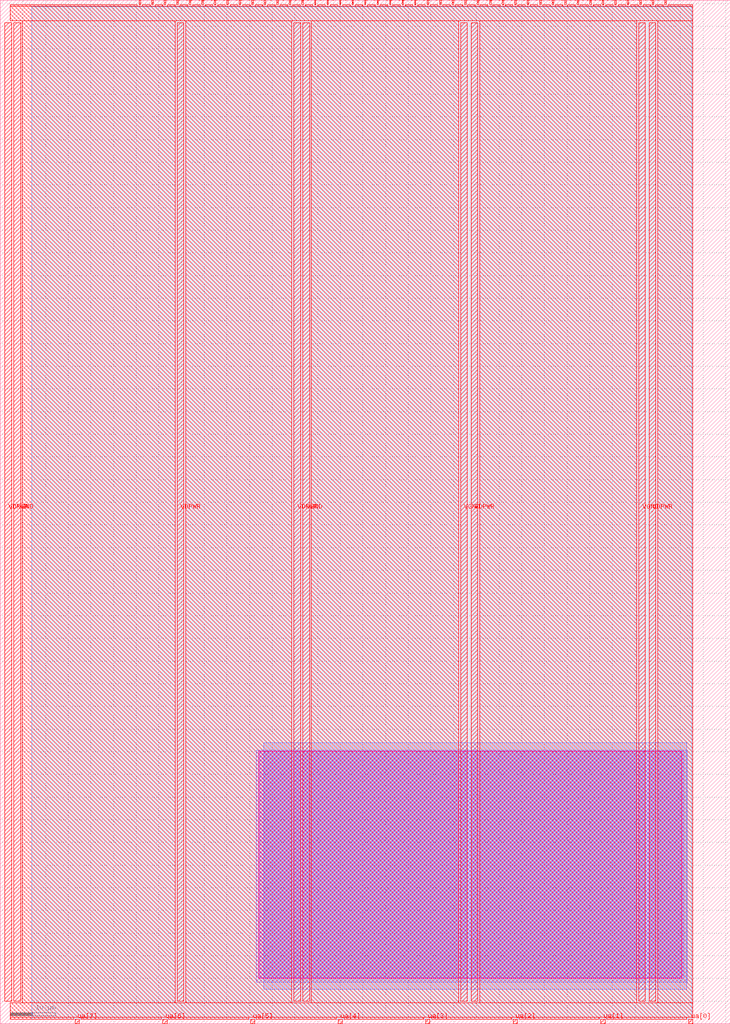
<source format=lef>
VERSION 5.7 ;
  NOWIREEXTENSIONATPIN ON ;
  DIVIDERCHAR "/" ;
  BUSBITCHARS "[]" ;
MACRO tt_um_tnt_diff_rx
  CLASS BLOCK ;
  FOREIGN tt_um_tnt_diff_rx ;
  ORIGIN 0.000 0.000 ;
  SIZE 161.000 BY 225.760 ;
  PIN clk
    DIRECTION INPUT ;
    USE SIGNAL ;
    PORT
      LAYER met4 ;
        RECT 143.830 224.760 144.130 225.760 ;
    END
  END clk
  PIN ena
    DIRECTION INPUT ;
    USE SIGNAL ;
    PORT
      LAYER met4 ;
        RECT 146.590 224.760 146.890 225.760 ;
    END
  END ena
  PIN rst_n
    DIRECTION INPUT ;
    USE SIGNAL ;
    PORT
      LAYER met4 ;
        RECT 141.070 224.760 141.370 225.760 ;
    END
  END rst_n
  PIN ua[0]
    DIRECTION INOUT ;
    USE SIGNAL ;
    ANTENNAGATEAREA 3.000000 ;
    PORT
      LAYER met4 ;
        RECT 151.810 0.000 152.710 1.000 ;
    END
  END ua[0]
  PIN ua[1]
    DIRECTION INOUT ;
    USE SIGNAL ;
    ANTENNAGATEAREA 3.000000 ;
    PORT
      LAYER met4 ;
        RECT 132.490 0.000 133.390 1.000 ;
    END
  END ua[1]
  PIN ua[2]
    DIRECTION INOUT ;
    USE SIGNAL ;
    ANTENNAGATEAREA 3.000000 ;
    PORT
      LAYER met4 ;
        RECT 113.170 0.000 114.070 1.000 ;
    END
  END ua[2]
  PIN ua[3]
    DIRECTION INOUT ;
    USE SIGNAL ;
    ANTENNAGATEAREA 3.000000 ;
    PORT
      LAYER met4 ;
        RECT 93.850 0.000 94.750 1.000 ;
    END
  END ua[3]
  PIN ua[4]
    DIRECTION INOUT ;
    USE SIGNAL ;
    PORT
      LAYER met4 ;
        RECT 74.530 0.000 75.430 1.000 ;
    END
  END ua[4]
  PIN ua[5]
    DIRECTION INOUT ;
    USE SIGNAL ;
    PORT
      LAYER met4 ;
        RECT 55.210 0.000 56.110 1.000 ;
    END
  END ua[5]
  PIN ua[6]
    DIRECTION INOUT ;
    USE SIGNAL ;
    PORT
      LAYER met4 ;
        RECT 35.890 0.000 36.790 1.000 ;
    END
  END ua[6]
  PIN ua[7]
    DIRECTION INOUT ;
    USE SIGNAL ;
    PORT
      LAYER met4 ;
        RECT 16.570 0.000 17.470 1.000 ;
    END
  END ua[7]
  PIN ui_in[0]
    DIRECTION INPUT ;
    USE SIGNAL ;
    ANTENNAGATEAREA 3.756000 ;
    PORT
      LAYER met4 ;
        RECT 138.310 224.760 138.610 225.760 ;
    END
  END ui_in[0]
  PIN ui_in[1]
    DIRECTION INPUT ;
    USE SIGNAL ;
    ANTENNAGATEAREA 0.300000 ;
    PORT
      LAYER met4 ;
        RECT 135.550 224.760 135.850 225.760 ;
    END
  END ui_in[1]
  PIN ui_in[2]
    DIRECTION INPUT ;
    USE SIGNAL ;
    PORT
      LAYER met4 ;
        RECT 132.790 224.760 133.090 225.760 ;
    END
  END ui_in[2]
  PIN ui_in[3]
    DIRECTION INPUT ;
    USE SIGNAL ;
    PORT
      LAYER met4 ;
        RECT 130.030 224.760 130.330 225.760 ;
    END
  END ui_in[3]
  PIN ui_in[4]
    DIRECTION INPUT ;
    USE SIGNAL ;
    PORT
      LAYER met4 ;
        RECT 127.270 224.760 127.570 225.760 ;
    END
  END ui_in[4]
  PIN ui_in[5]
    DIRECTION INPUT ;
    USE SIGNAL ;
    PORT
      LAYER met4 ;
        RECT 124.510 224.760 124.810 225.760 ;
    END
  END ui_in[5]
  PIN ui_in[6]
    DIRECTION INPUT ;
    USE SIGNAL ;
    PORT
      LAYER met4 ;
        RECT 121.750 224.760 122.050 225.760 ;
    END
  END ui_in[6]
  PIN ui_in[7]
    DIRECTION INPUT ;
    USE SIGNAL ;
    PORT
      LAYER met4 ;
        RECT 118.990 224.760 119.290 225.760 ;
    END
  END ui_in[7]
  PIN uio_in[0]
    DIRECTION INPUT ;
    USE SIGNAL ;
    PORT
      LAYER met4 ;
        RECT 116.230 224.760 116.530 225.760 ;
    END
  END uio_in[0]
  PIN uio_in[1]
    DIRECTION INPUT ;
    USE SIGNAL ;
    PORT
      LAYER met4 ;
        RECT 113.470 224.760 113.770 225.760 ;
    END
  END uio_in[1]
  PIN uio_in[2]
    DIRECTION INPUT ;
    USE SIGNAL ;
    PORT
      LAYER met4 ;
        RECT 110.710 224.760 111.010 225.760 ;
    END
  END uio_in[2]
  PIN uio_in[3]
    DIRECTION INPUT ;
    USE SIGNAL ;
    PORT
      LAYER met4 ;
        RECT 107.950 224.760 108.250 225.760 ;
    END
  END uio_in[3]
  PIN uio_in[4]
    DIRECTION INPUT ;
    USE SIGNAL ;
    PORT
      LAYER met4 ;
        RECT 105.190 224.760 105.490 225.760 ;
    END
  END uio_in[4]
  PIN uio_in[5]
    DIRECTION INPUT ;
    USE SIGNAL ;
    PORT
      LAYER met4 ;
        RECT 102.430 224.760 102.730 225.760 ;
    END
  END uio_in[5]
  PIN uio_in[6]
    DIRECTION INPUT ;
    USE SIGNAL ;
    PORT
      LAYER met4 ;
        RECT 99.670 224.760 99.970 225.760 ;
    END
  END uio_in[6]
  PIN uio_in[7]
    DIRECTION INPUT ;
    USE SIGNAL ;
    PORT
      LAYER met4 ;
        RECT 96.910 224.760 97.210 225.760 ;
    END
  END uio_in[7]
  PIN uio_oe[0]
    DIRECTION OUTPUT ;
    USE SIGNAL ;
    PORT
      LAYER met4 ;
        RECT 49.990 224.760 50.290 225.760 ;
    END
  END uio_oe[0]
  PIN uio_oe[1]
    DIRECTION OUTPUT ;
    USE SIGNAL ;
    PORT
      LAYER met4 ;
        RECT 47.230 224.760 47.530 225.760 ;
    END
  END uio_oe[1]
  PIN uio_oe[2]
    DIRECTION OUTPUT ;
    USE SIGNAL ;
    PORT
      LAYER met4 ;
        RECT 44.470 224.760 44.770 225.760 ;
    END
  END uio_oe[2]
  PIN uio_oe[3]
    DIRECTION OUTPUT ;
    USE SIGNAL ;
    PORT
      LAYER met4 ;
        RECT 41.710 224.760 42.010 225.760 ;
    END
  END uio_oe[3]
  PIN uio_oe[4]
    DIRECTION OUTPUT ;
    USE SIGNAL ;
    PORT
      LAYER met4 ;
        RECT 38.950 224.760 39.250 225.760 ;
    END
  END uio_oe[4]
  PIN uio_oe[5]
    DIRECTION OUTPUT ;
    USE SIGNAL ;
    PORT
      LAYER met4 ;
        RECT 36.190 224.760 36.490 225.760 ;
    END
  END uio_oe[5]
  PIN uio_oe[6]
    DIRECTION OUTPUT ;
    USE SIGNAL ;
    PORT
      LAYER met4 ;
        RECT 33.430 224.760 33.730 225.760 ;
    END
  END uio_oe[6]
  PIN uio_oe[7]
    DIRECTION OUTPUT ;
    USE SIGNAL ;
    PORT
      LAYER met4 ;
        RECT 30.670 224.760 30.970 225.760 ;
    END
  END uio_oe[7]
  PIN uio_out[0]
    DIRECTION OUTPUT ;
    USE SIGNAL ;
    ANTENNADIFFAREA 0.543200 ;
    PORT
      LAYER met4 ;
        RECT 72.070 224.760 72.370 225.760 ;
    END
  END uio_out[0]
  PIN uio_out[1]
    DIRECTION OUTPUT ;
    USE SIGNAL ;
    ANTENNADIFFAREA 0.543200 ;
    PORT
      LAYER met4 ;
        RECT 69.310 224.760 69.610 225.760 ;
    END
  END uio_out[1]
  PIN uio_out[2]
    DIRECTION OUTPUT ;
    USE SIGNAL ;
    ANTENNADIFFAREA 0.543200 ;
    PORT
      LAYER met4 ;
        RECT 66.550 224.760 66.850 225.760 ;
    END
  END uio_out[2]
  PIN uio_out[3]
    DIRECTION OUTPUT ;
    USE SIGNAL ;
    ANTENNADIFFAREA 0.543200 ;
    PORT
      LAYER met4 ;
        RECT 63.790 224.760 64.090 225.760 ;
    END
  END uio_out[3]
  PIN uio_out[4]
    DIRECTION OUTPUT ;
    USE SIGNAL ;
    ANTENNADIFFAREA 0.543200 ;
    PORT
      LAYER met4 ;
        RECT 61.030 224.760 61.330 225.760 ;
    END
  END uio_out[4]
  PIN uio_out[5]
    DIRECTION OUTPUT ;
    USE SIGNAL ;
    ANTENNADIFFAREA 0.543200 ;
    PORT
      LAYER met4 ;
        RECT 58.270 224.760 58.570 225.760 ;
    END
  END uio_out[5]
  PIN uio_out[6]
    DIRECTION OUTPUT ;
    USE SIGNAL ;
    ANTENNADIFFAREA 0.543200 ;
    PORT
      LAYER met4 ;
        RECT 55.510 224.760 55.810 225.760 ;
    END
  END uio_out[6]
  PIN uio_out[7]
    DIRECTION OUTPUT ;
    USE SIGNAL ;
    ANTENNADIFFAREA 0.543200 ;
    PORT
      LAYER met4 ;
        RECT 52.750 224.760 53.050 225.760 ;
    END
  END uio_out[7]
  PIN uo_out[0]
    DIRECTION OUTPUT ;
    USE SIGNAL ;
    ANTENNADIFFAREA 0.543200 ;
    PORT
      LAYER met4 ;
        RECT 94.150 224.760 94.450 225.760 ;
    END
  END uo_out[0]
  PIN uo_out[1]
    DIRECTION OUTPUT ;
    USE SIGNAL ;
    ANTENNADIFFAREA 0.543200 ;
    PORT
      LAYER met4 ;
        RECT 91.390 224.760 91.690 225.760 ;
    END
  END uo_out[1]
  PIN uo_out[2]
    DIRECTION OUTPUT ;
    USE SIGNAL ;
    ANTENNADIFFAREA 0.543200 ;
    PORT
      LAYER met4 ;
        RECT 88.630 224.760 88.930 225.760 ;
    END
  END uo_out[2]
  PIN uo_out[3]
    DIRECTION OUTPUT ;
    USE SIGNAL ;
    ANTENNADIFFAREA 0.543200 ;
    PORT
      LAYER met4 ;
        RECT 85.870 224.760 86.170 225.760 ;
    END
  END uo_out[3]
  PIN uo_out[4]
    DIRECTION OUTPUT ;
    USE SIGNAL ;
    ANTENNADIFFAREA 0.543200 ;
    PORT
      LAYER met4 ;
        RECT 83.110 224.760 83.410 225.760 ;
    END
  END uo_out[4]
  PIN uo_out[5]
    DIRECTION OUTPUT ;
    USE SIGNAL ;
    ANTENNADIFFAREA 0.543200 ;
    PORT
      LAYER met4 ;
        RECT 80.350 224.760 80.650 225.760 ;
    END
  END uo_out[5]
  PIN uo_out[6]
    DIRECTION OUTPUT ;
    USE SIGNAL ;
    ANTENNADIFFAREA 0.543200 ;
    PORT
      LAYER met4 ;
        RECT 77.590 224.760 77.890 225.760 ;
    END
  END uo_out[6]
  PIN uo_out[7]
    DIRECTION OUTPUT ;
    USE SIGNAL ;
    ANTENNADIFFAREA 0.543200 ;
    PORT
      LAYER met4 ;
        RECT 74.830 224.760 75.130 225.760 ;
    END
  END uo_out[7]
  PIN VGND
    DIRECTION INOUT ;
    USE GROUND ;
    PORT
      LAYER met4 ;
        RECT 3.000 5.000 4.500 220.760 ;
    END
    PORT
      LAYER met4 ;
        RECT 140.800 5.000 142.300 220.760 ;
    END
    PORT
      LAYER met4 ;
        RECT 101.525 5.000 103.025 220.760 ;
    END
    PORT
      LAYER met4 ;
        RECT 66.740 5.000 68.240 220.760 ;
    END
  END VGND
  PIN VDPWR
    DIRECTION INOUT ;
    USE POWER ;
    PORT
      LAYER met4 ;
        RECT 1.000 5.000 2.500 220.760 ;
    END
    PORT
      LAYER met4 ;
        RECT 39.000 5.000 40.500 220.760 ;
    END
    PORT
      LAYER met4 ;
        RECT 143.100 5.000 144.600 220.760 ;
    END
    PORT
      LAYER met4 ;
        RECT 103.825 5.000 105.325 220.760 ;
    END
    PORT
      LAYER met4 ;
        RECT 64.740 5.000 66.240 220.760 ;
    END
  END VDPWR
  OBS
      LAYER nwell ;
        RECT 57.040 10.000 150.260 60.045 ;
      LAYER li1 ;
        RECT 57.220 10.170 150.700 60.130 ;
      LAYER met1 ;
        RECT 56.440 9.200 151.470 60.290 ;
      LAYER met2 ;
        RECT 58.090 7.600 151.460 61.930 ;
      LAYER met3 ;
        RECT 7.000 1.000 152.560 224.340 ;
      LAYER met4 ;
        RECT 2.200 224.360 30.270 224.760 ;
        RECT 31.370 224.360 33.030 224.760 ;
        RECT 34.130 224.360 35.790 224.760 ;
        RECT 36.890 224.360 38.550 224.760 ;
        RECT 39.650 224.360 41.310 224.760 ;
        RECT 42.410 224.360 44.070 224.760 ;
        RECT 45.170 224.360 46.830 224.760 ;
        RECT 47.930 224.360 49.590 224.760 ;
        RECT 50.690 224.360 52.350 224.760 ;
        RECT 53.450 224.360 55.110 224.760 ;
        RECT 56.210 224.360 57.870 224.760 ;
        RECT 58.970 224.360 60.630 224.760 ;
        RECT 61.730 224.360 63.390 224.760 ;
        RECT 64.490 224.360 66.150 224.760 ;
        RECT 67.250 224.360 68.910 224.760 ;
        RECT 70.010 224.360 71.670 224.760 ;
        RECT 72.770 224.360 74.430 224.760 ;
        RECT 75.530 224.360 77.190 224.760 ;
        RECT 78.290 224.360 79.950 224.760 ;
        RECT 81.050 224.360 82.710 224.760 ;
        RECT 83.810 224.360 85.470 224.760 ;
        RECT 86.570 224.360 88.230 224.760 ;
        RECT 89.330 224.360 90.990 224.760 ;
        RECT 92.090 224.360 93.750 224.760 ;
        RECT 94.850 224.360 96.510 224.760 ;
        RECT 97.610 224.360 99.270 224.760 ;
        RECT 100.370 224.360 102.030 224.760 ;
        RECT 103.130 224.360 104.790 224.760 ;
        RECT 105.890 224.360 107.550 224.760 ;
        RECT 108.650 224.360 110.310 224.760 ;
        RECT 111.410 224.360 113.070 224.760 ;
        RECT 114.170 224.360 115.830 224.760 ;
        RECT 116.930 224.360 118.590 224.760 ;
        RECT 119.690 224.360 121.350 224.760 ;
        RECT 122.450 224.360 124.110 224.760 ;
        RECT 125.210 224.360 126.870 224.760 ;
        RECT 127.970 224.360 129.630 224.760 ;
        RECT 130.730 224.360 132.390 224.760 ;
        RECT 133.490 224.360 135.150 224.760 ;
        RECT 136.250 224.360 137.910 224.760 ;
        RECT 139.010 224.360 140.670 224.760 ;
        RECT 141.770 224.360 143.430 224.760 ;
        RECT 144.530 224.360 146.190 224.760 ;
        RECT 147.290 224.360 152.710 224.760 ;
        RECT 2.200 221.160 152.710 224.360 ;
        RECT 4.900 4.600 38.600 221.160 ;
        RECT 40.900 4.600 64.340 221.160 ;
        RECT 68.640 4.600 101.125 221.160 ;
        RECT 105.725 4.600 140.400 221.160 ;
        RECT 145.000 4.600 152.710 221.160 ;
        RECT 2.200 1.400 152.710 4.600 ;
        RECT 2.200 1.000 16.170 1.400 ;
        RECT 17.870 1.000 35.490 1.400 ;
        RECT 37.190 1.000 54.810 1.400 ;
        RECT 56.510 1.000 74.130 1.400 ;
        RECT 75.830 1.000 93.450 1.400 ;
        RECT 95.150 1.000 112.770 1.400 ;
        RECT 114.470 1.000 132.090 1.400 ;
        RECT 133.790 1.000 151.410 1.400 ;
  END
END tt_um_tnt_diff_rx
END LIBRARY


</source>
